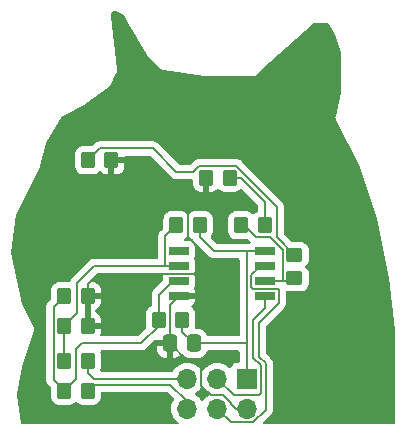
<source format=gbr>
G04 #@! TF.GenerationSoftware,KiCad,Pcbnew,8.0.7*
G04 #@! TF.CreationDate,2025-01-23T10:02:07+01:00*
G04 #@! TF.ProjectId,hackaday-eu-2025-sao-doge,6861636b-6164-4617-992d-65752d323032,rev?*
G04 #@! TF.SameCoordinates,Original*
G04 #@! TF.FileFunction,Copper,L1,Top*
G04 #@! TF.FilePolarity,Positive*
%FSLAX46Y46*%
G04 Gerber Fmt 4.6, Leading zero omitted, Abs format (unit mm)*
G04 Created by KiCad (PCBNEW 8.0.7) date 2025-01-23 10:02:07*
%MOMM*%
%LPD*%
G01*
G04 APERTURE LIST*
G04 Aperture macros list*
%AMRoundRect*
0 Rectangle with rounded corners*
0 $1 Rounding radius*
0 $2 $3 $4 $5 $6 $7 $8 $9 X,Y pos of 4 corners*
0 Add a 4 corners polygon primitive as box body*
4,1,4,$2,$3,$4,$5,$6,$7,$8,$9,$2,$3,0*
0 Add four circle primitives for the rounded corners*
1,1,$1+$1,$2,$3*
1,1,$1+$1,$4,$5*
1,1,$1+$1,$6,$7*
1,1,$1+$1,$8,$9*
0 Add four rect primitives between the rounded corners*
20,1,$1+$1,$2,$3,$4,$5,0*
20,1,$1+$1,$4,$5,$6,$7,0*
20,1,$1+$1,$6,$7,$8,$9,0*
20,1,$1+$1,$8,$9,$2,$3,0*%
G04 Aperture macros list end*
G04 #@! TA.AperFunction,SMDPad,CuDef*
%ADD10RoundRect,0.250000X-0.350000X-0.450000X0.350000X-0.450000X0.350000X0.450000X-0.350000X0.450000X0*%
G04 #@! TD*
G04 #@! TA.AperFunction,SMDPad,CuDef*
%ADD11RoundRect,0.250000X0.350000X0.450000X-0.350000X0.450000X-0.350000X-0.450000X0.350000X-0.450000X0*%
G04 #@! TD*
G04 #@! TA.AperFunction,ComponentPad*
%ADD12R,1.700000X1.700000*%
G04 #@! TD*
G04 #@! TA.AperFunction,ComponentPad*
%ADD13O,1.700000X1.700000*%
G04 #@! TD*
G04 #@! TA.AperFunction,SMDPad,CuDef*
%ADD14R,1.700000X0.650000*%
G04 #@! TD*
G04 #@! TA.AperFunction,SMDPad,CuDef*
%ADD15RoundRect,0.250000X0.450000X-0.350000X0.450000X0.350000X-0.450000X0.350000X-0.450000X-0.350000X0*%
G04 #@! TD*
G04 #@! TA.AperFunction,SMDPad,CuDef*
%ADD16RoundRect,0.250000X0.337500X0.475000X-0.337500X0.475000X-0.337500X-0.475000X0.337500X-0.475000X0*%
G04 #@! TD*
G04 #@! TA.AperFunction,Conductor*
%ADD17C,0.200000*%
G04 #@! TD*
G04 APERTURE END LIST*
D10*
X122000000Y-59500000D03*
X124000000Y-59500000D03*
X122000000Y-62000000D03*
X124000000Y-62000000D03*
D11*
X133500000Y-48000000D03*
X131500000Y-48000000D03*
D12*
X137500000Y-61000000D03*
D13*
X137500000Y-63540000D03*
X134960000Y-61000000D03*
X134960000Y-63540000D03*
X132420000Y-61000000D03*
X132420000Y-63540000D03*
D10*
X136000000Y-44000000D03*
X134000000Y-44000000D03*
X122000000Y-56500000D03*
X124000000Y-56500000D03*
X122000000Y-54000000D03*
X124000000Y-54000000D03*
D14*
X131700000Y-50190000D03*
X131700000Y-51460000D03*
X131700000Y-52730000D03*
X131700000Y-54000000D03*
X139000000Y-54000000D03*
X139000000Y-52730000D03*
X139000000Y-51460000D03*
X139000000Y-50190000D03*
D15*
X141500000Y-52500000D03*
X141500000Y-50500000D03*
D11*
X132000000Y-56000000D03*
X130000000Y-56000000D03*
D10*
X137000000Y-48000000D03*
X139000000Y-48000000D03*
D11*
X126000000Y-42500000D03*
X124000000Y-42500000D03*
D16*
X133000000Y-58000000D03*
X130925000Y-58000000D03*
D17*
X131700000Y-54000000D02*
X133000000Y-54000000D01*
X133000000Y-54000000D02*
X133500000Y-53500000D01*
X133500000Y-53500000D02*
X133500000Y-52000000D01*
X131700000Y-51460000D02*
X130500000Y-51460000D01*
X130550000Y-48950000D02*
X131500000Y-48000000D01*
X130500000Y-51460000D02*
X130550000Y-51410000D01*
X130550000Y-51410000D02*
X130550000Y-48950000D01*
X133500000Y-52000000D02*
X133500000Y-50042372D01*
X129467157Y-42500000D02*
X126000000Y-42500000D01*
X133500000Y-50042372D02*
X132457628Y-49000000D01*
X132457628Y-49000000D02*
X132457628Y-45490471D01*
X132457628Y-45490471D02*
X129467157Y-42500000D01*
X138500000Y-59134314D02*
X138500000Y-56275000D01*
X139050000Y-59684314D02*
X138500000Y-59134314D01*
X137976346Y-64690000D02*
X139050000Y-63616346D01*
X136110000Y-64690000D02*
X137976346Y-64690000D01*
X140150000Y-54625000D02*
X140150000Y-53375000D01*
X140150000Y-53375000D02*
X138000000Y-53375000D01*
X139050000Y-63616346D02*
X139050000Y-59684314D01*
X134960000Y-63540000D02*
X136110000Y-64690000D01*
X138625000Y-51460000D02*
X139000000Y-51460000D01*
X138000000Y-53375000D02*
X137850000Y-53225000D01*
X137850000Y-53225000D02*
X137850000Y-52235000D01*
X138500000Y-56275000D02*
X140150000Y-54625000D01*
X137850000Y-52235000D02*
X138625000Y-51460000D01*
X134960000Y-61000000D02*
X136350000Y-62390000D01*
X138500000Y-62390000D02*
X138650000Y-62240000D01*
X138000000Y-59200000D02*
X138000000Y-56000000D01*
X138650000Y-59850000D02*
X138000000Y-59200000D01*
X136350000Y-62390000D02*
X138500000Y-62390000D01*
X138650000Y-62240000D02*
X138650000Y-59850000D01*
X138000000Y-56000000D02*
X139000000Y-55000000D01*
X139000000Y-55000000D02*
X139000000Y-54000000D01*
X137500000Y-63540000D02*
X136540000Y-63540000D01*
X136540000Y-63540000D02*
X136110000Y-63110000D01*
X136110000Y-63110000D02*
X136110000Y-63063654D01*
X133570000Y-61570000D02*
X133570000Y-60070000D01*
X136110000Y-63063654D02*
X135436346Y-62390000D01*
X134390000Y-62390000D02*
X133570000Y-61570000D01*
X132425000Y-59500000D02*
X130925000Y-58000000D01*
X135436346Y-62390000D02*
X134390000Y-62390000D01*
X133000000Y-59500000D02*
X132425000Y-59500000D01*
X133570000Y-60070000D02*
X133000000Y-59500000D01*
X137500000Y-61000000D02*
X137450000Y-60950000D01*
X137450000Y-60950000D02*
X137450000Y-58000000D01*
X139000000Y-50190000D02*
X137450000Y-50190000D01*
X137450000Y-50190000D02*
X137450000Y-58000000D01*
X137450000Y-58000000D02*
X135500000Y-58000000D01*
X135500000Y-58000000D02*
X134500000Y-58000000D01*
X132000000Y-56000000D02*
X132500000Y-56500000D01*
X139000000Y-46000000D02*
X137000000Y-44000000D01*
X139000000Y-48000000D02*
X139000000Y-46000000D01*
X137000000Y-44000000D02*
X136000000Y-44000000D01*
X124000000Y-53000000D02*
X124895000Y-52105000D01*
X130925000Y-54775000D02*
X131700000Y-54000000D01*
X133395000Y-52105000D02*
X133500000Y-52000000D01*
X124895000Y-52105000D02*
X133395000Y-52105000D01*
X124000000Y-56500000D02*
X124000000Y-54000000D01*
X130925000Y-58000000D02*
X130925000Y-54775000D01*
X124000000Y-54000000D02*
X124000000Y-53000000D01*
X129500000Y-41500000D02*
X125000000Y-41500000D01*
X133415256Y-43000000D02*
X132915256Y-43500000D01*
X140000000Y-49000000D02*
X140000000Y-46415256D01*
X141500000Y-50500000D02*
X140000000Y-49000000D01*
X132915256Y-43500000D02*
X131500000Y-43500000D01*
X131500000Y-43500000D02*
X129500000Y-41500000D01*
X140000000Y-46415256D02*
X136584744Y-43000000D01*
X136584744Y-43000000D02*
X133415256Y-43000000D01*
X125000000Y-41500000D02*
X124000000Y-42500000D01*
X124500000Y-61500000D02*
X131000000Y-61500000D01*
X124000000Y-62000000D02*
X124500000Y-61500000D01*
X132420000Y-62920000D02*
X132420000Y-63540000D01*
X131000000Y-61500000D02*
X132420000Y-62920000D01*
X124000000Y-59500000D02*
X124000000Y-60500000D01*
X124000000Y-60500000D02*
X124500000Y-61000000D01*
X124500000Y-61000000D02*
X132420000Y-61000000D01*
X134500000Y-58000000D02*
X133000000Y-58000000D01*
X132000000Y-57000000D02*
X132000000Y-56000000D01*
X133500000Y-48000000D02*
X133500000Y-49000000D01*
X133000000Y-58000000D02*
X132000000Y-57000000D01*
X134690000Y-50190000D02*
X139000000Y-50190000D01*
X133500000Y-49000000D02*
X134690000Y-50190000D01*
X138250000Y-49000000D02*
X139435000Y-49000000D01*
X139000000Y-52730000D02*
X141270000Y-52730000D01*
X140500000Y-50065000D02*
X140500000Y-52730000D01*
X141270000Y-52730000D02*
X141500000Y-52500000D01*
X137000000Y-48000000D02*
X137250000Y-48000000D01*
X140500000Y-52730000D02*
X141270000Y-52730000D01*
X139435000Y-49000000D02*
X140500000Y-50065000D01*
X137250000Y-48000000D02*
X138250000Y-49000000D01*
X124540000Y-51460000D02*
X131700000Y-51460000D01*
X123100000Y-52900000D02*
X124540000Y-51460000D01*
X123100000Y-55400000D02*
X123100000Y-52900000D01*
X122000000Y-59500000D02*
X122000000Y-56500000D01*
X122000000Y-56500000D02*
X123100000Y-55400000D01*
X121100000Y-61100000D02*
X121100000Y-54900000D01*
X130000000Y-56000000D02*
X130000000Y-56500000D01*
X123500000Y-58000000D02*
X123000000Y-58500000D01*
X130000000Y-56500000D02*
X128500000Y-58000000D01*
X131175000Y-52730000D02*
X131700000Y-52730000D01*
X123000000Y-58500000D02*
X123000000Y-61000000D01*
X121100000Y-54900000D02*
X122000000Y-54000000D01*
X122000000Y-62000000D02*
X121100000Y-61100000D01*
X130000000Y-53905000D02*
X131175000Y-52730000D01*
X123000000Y-61000000D02*
X122000000Y-62000000D01*
X128500000Y-58000000D02*
X123500000Y-58000000D01*
X130000000Y-56000000D02*
X130000000Y-53905000D01*
G04 #@! TA.AperFunction,Conductor*
G36*
X126381107Y-29878976D02*
G01*
X127063056Y-30219950D01*
X127114215Y-30267537D01*
X127118511Y-30275405D01*
X127146207Y-30330796D01*
X127423594Y-30885570D01*
X127431911Y-30902204D01*
X127499505Y-31037393D01*
X127507812Y-31058738D01*
X127509999Y-31066384D01*
X127510004Y-31066395D01*
X127531563Y-31102328D01*
X127536141Y-31110667D01*
X127554882Y-31148148D01*
X127554887Y-31148156D01*
X127560166Y-31154109D01*
X127573714Y-31172578D01*
X129041183Y-33618359D01*
X129042241Y-33620156D01*
X129072575Y-33672696D01*
X129073816Y-33674313D01*
X129074100Y-33674731D01*
X129074519Y-33675258D01*
X129075793Y-33676890D01*
X129076205Y-33677427D01*
X129076536Y-33677798D01*
X129077799Y-33679387D01*
X129077801Y-33679389D01*
X129077803Y-33679392D01*
X129121409Y-33721555D01*
X129122896Y-33723018D01*
X130087783Y-34687905D01*
X130099303Y-34701187D01*
X130112212Y-34718399D01*
X130134562Y-34735943D01*
X130145670Y-34745792D01*
X130165763Y-34765885D01*
X130184391Y-34776639D01*
X130198951Y-34786485D01*
X130215870Y-34799766D01*
X130215873Y-34799767D01*
X130215875Y-34799769D01*
X130242005Y-34810930D01*
X130255274Y-34817564D01*
X130279891Y-34831777D01*
X130300669Y-34837344D01*
X130317285Y-34843086D01*
X130337066Y-34851536D01*
X130365203Y-34855555D01*
X130379726Y-34858527D01*
X130407185Y-34865885D01*
X130428695Y-34865885D01*
X130446231Y-34867131D01*
X133865201Y-35355554D01*
X133879726Y-35358527D01*
X133907185Y-35365885D01*
X133928695Y-35365885D01*
X133946230Y-35367131D01*
X133949272Y-35367565D01*
X133967525Y-35370173D01*
X133995730Y-35366774D01*
X134010561Y-35365885D01*
X137956640Y-35365885D01*
X137963157Y-35366056D01*
X137965041Y-35366155D01*
X138012573Y-35368657D01*
X138012893Y-35368588D01*
X138038648Y-35365885D01*
X138038968Y-35365885D01*
X138038969Y-35365885D01*
X138086753Y-35353081D01*
X138093055Y-35351568D01*
X138141483Y-35341286D01*
X138141761Y-35341144D01*
X138165962Y-35331857D01*
X138166263Y-35331777D01*
X138209138Y-35307021D01*
X138214816Y-35303940D01*
X138258917Y-35281483D01*
X138259144Y-35281277D01*
X138280115Y-35266044D01*
X138280391Y-35265885D01*
X138315368Y-35230906D01*
X138320098Y-35226419D01*
X138695762Y-34888322D01*
X143129768Y-30897716D01*
X143192767Y-30867501D01*
X143212720Y-30865885D01*
X144214401Y-30865885D01*
X144281440Y-30885570D01*
X144302082Y-30902204D01*
X144547508Y-31147630D01*
X144570736Y-31179856D01*
X145005568Y-32049519D01*
X145012296Y-32065762D01*
X145466214Y-33427516D01*
X145472577Y-33466728D01*
X145472577Y-36788504D01*
X145468875Y-36818578D01*
X144993339Y-38720719D01*
X144990679Y-38729852D01*
X144977425Y-38769617D01*
X144977423Y-38769627D01*
X144976947Y-38777567D01*
X144973469Y-38800202D01*
X144971540Y-38807917D01*
X144972244Y-38849817D01*
X144972038Y-38859325D01*
X144969527Y-38901166D01*
X144969528Y-38901175D01*
X144971123Y-38908971D01*
X144973621Y-38931724D01*
X144973755Y-38939677D01*
X144973757Y-38939691D01*
X144985282Y-38979979D01*
X144987542Y-38989204D01*
X144995948Y-39030280D01*
X144995949Y-39030282D01*
X144999502Y-39037388D01*
X145007813Y-39058744D01*
X145010000Y-39066388D01*
X145031562Y-39102325D01*
X145036136Y-39110657D01*
X147005568Y-43049519D01*
X147012296Y-43065762D01*
X148485966Y-47486772D01*
X148489921Y-47501666D01*
X149476980Y-52436963D01*
X149478630Y-52447587D01*
X149971819Y-56886280D01*
X149972577Y-56899974D01*
X149972577Y-64740885D01*
X149952892Y-64807924D01*
X149900088Y-64853679D01*
X149848577Y-64864885D01*
X138950058Y-64864885D01*
X138883019Y-64845200D01*
X138837264Y-64792396D01*
X138827320Y-64723238D01*
X138856345Y-64659682D01*
X138862377Y-64653204D01*
X139104185Y-64411395D01*
X139418713Y-64096867D01*
X139418716Y-64096866D01*
X139530520Y-63985062D01*
X139580639Y-63898250D01*
X139609577Y-63848131D01*
X139650501Y-63695403D01*
X139650501Y-63537289D01*
X139650501Y-63529694D01*
X139650500Y-63529676D01*
X139650500Y-59605259D01*
X139650500Y-59605257D01*
X139609577Y-59452530D01*
X139609573Y-59452523D01*
X139530524Y-59315604D01*
X139530521Y-59315600D01*
X139530520Y-59315598D01*
X139418716Y-59203794D01*
X139418715Y-59203793D01*
X139414385Y-59199463D01*
X139414374Y-59199453D01*
X139136819Y-58921898D01*
X139103334Y-58860575D01*
X139100500Y-58834217D01*
X139100500Y-56575096D01*
X139120185Y-56508057D01*
X139136814Y-56487420D01*
X140508506Y-55115727D01*
X140508511Y-55115724D01*
X140518714Y-55105520D01*
X140518716Y-55105520D01*
X140630520Y-54993716D01*
X140709577Y-54856784D01*
X140750500Y-54704057D01*
X140750500Y-53711948D01*
X140770185Y-53644909D01*
X140822989Y-53599154D01*
X140890453Y-53589453D01*
X140890468Y-53589311D01*
X140891038Y-53589369D01*
X140892147Y-53589210D01*
X140895701Y-53589845D01*
X140897200Y-53589998D01*
X140897203Y-53589999D01*
X140999991Y-53600500D01*
X142000008Y-53600499D01*
X142000016Y-53600498D01*
X142000019Y-53600498D01*
X142056302Y-53594748D01*
X142102797Y-53589999D01*
X142269334Y-53534814D01*
X142418656Y-53442712D01*
X142542712Y-53318656D01*
X142634814Y-53169334D01*
X142689999Y-53002797D01*
X142700500Y-52900009D01*
X142700499Y-52099992D01*
X142693932Y-52035709D01*
X142689999Y-51997203D01*
X142689998Y-51997200D01*
X142635542Y-51832864D01*
X142634814Y-51830666D01*
X142542712Y-51681344D01*
X142449049Y-51587681D01*
X142415564Y-51526358D01*
X142420548Y-51456666D01*
X142449049Y-51412319D01*
X142542712Y-51318656D01*
X142634814Y-51169334D01*
X142689999Y-51002797D01*
X142700500Y-50900009D01*
X142700499Y-50099992D01*
X142689999Y-49997203D01*
X142634814Y-49830666D01*
X142542712Y-49681344D01*
X142418656Y-49557288D01*
X142269334Y-49465186D01*
X142102797Y-49410001D01*
X142102795Y-49410000D01*
X142000016Y-49399500D01*
X142000009Y-49399500D01*
X141300097Y-49399500D01*
X141233058Y-49379815D01*
X141212416Y-49363181D01*
X140636819Y-48787584D01*
X140603334Y-48726261D01*
X140600500Y-48699903D01*
X140600500Y-46336201D01*
X140600500Y-46336199D01*
X140559577Y-46183472D01*
X140559573Y-46183465D01*
X140480524Y-46046546D01*
X140480521Y-46046542D01*
X140480520Y-46046540D01*
X140368716Y-45934736D01*
X140368715Y-45934735D01*
X140364385Y-45930405D01*
X140364374Y-45930395D01*
X137072334Y-42638355D01*
X137072332Y-42638352D01*
X136953461Y-42519481D01*
X136953460Y-42519480D01*
X136866648Y-42469360D01*
X136866648Y-42469359D01*
X136866644Y-42469358D01*
X136816529Y-42440423D01*
X136663801Y-42399499D01*
X136505687Y-42399499D01*
X136498091Y-42399499D01*
X136498075Y-42399500D01*
X133501926Y-42399500D01*
X133501910Y-42399499D01*
X133494314Y-42399499D01*
X133336199Y-42399499D01*
X133259835Y-42419961D01*
X133183470Y-42440423D01*
X133183465Y-42440426D01*
X133046546Y-42519475D01*
X133046538Y-42519481D01*
X132702840Y-42863181D01*
X132641517Y-42896666D01*
X132615159Y-42899500D01*
X131800097Y-42899500D01*
X131733058Y-42879815D01*
X131712416Y-42863181D01*
X129987590Y-41138355D01*
X129987588Y-41138352D01*
X129868717Y-41019481D01*
X129868716Y-41019480D01*
X129781904Y-40969360D01*
X129781904Y-40969359D01*
X129781900Y-40969358D01*
X129731785Y-40940423D01*
X129579057Y-40899499D01*
X129420943Y-40899499D01*
X129413347Y-40899499D01*
X129413331Y-40899500D01*
X125086670Y-40899500D01*
X125086654Y-40899499D01*
X125079058Y-40899499D01*
X124920943Y-40899499D01*
X124844579Y-40919961D01*
X124768214Y-40940423D01*
X124768209Y-40940426D01*
X124631290Y-41019475D01*
X124631282Y-41019481D01*
X124387582Y-41263181D01*
X124326259Y-41296666D01*
X124299901Y-41299500D01*
X123599998Y-41299500D01*
X123599980Y-41299501D01*
X123497203Y-41310000D01*
X123497200Y-41310001D01*
X123330668Y-41365185D01*
X123330663Y-41365187D01*
X123181342Y-41457289D01*
X123057289Y-41581342D01*
X122965187Y-41730663D01*
X122965186Y-41730666D01*
X122910001Y-41897203D01*
X122910001Y-41897204D01*
X122910000Y-41897204D01*
X122899500Y-41999983D01*
X122899500Y-43000001D01*
X122899501Y-43000019D01*
X122910000Y-43102796D01*
X122910001Y-43102799D01*
X122965115Y-43269119D01*
X122965186Y-43269334D01*
X123057288Y-43418656D01*
X123181344Y-43542712D01*
X123330666Y-43634814D01*
X123497203Y-43689999D01*
X123599991Y-43700500D01*
X124400008Y-43700499D01*
X124400016Y-43700498D01*
X124400019Y-43700498D01*
X124456302Y-43694748D01*
X124502797Y-43689999D01*
X124669334Y-43634814D01*
X124818656Y-43542712D01*
X124912675Y-43448692D01*
X124973994Y-43415210D01*
X125043686Y-43420194D01*
X125088034Y-43448695D01*
X125181654Y-43542315D01*
X125330875Y-43634356D01*
X125330880Y-43634358D01*
X125497302Y-43689505D01*
X125497309Y-43689506D01*
X125600019Y-43699999D01*
X125749999Y-43699999D01*
X126250000Y-43699999D01*
X126399972Y-43699999D01*
X126399986Y-43699998D01*
X126502697Y-43689505D01*
X126669119Y-43634358D01*
X126669124Y-43634356D01*
X126818345Y-43542315D01*
X126942315Y-43418345D01*
X127034356Y-43269124D01*
X127034358Y-43269119D01*
X127089505Y-43102697D01*
X127089506Y-43102690D01*
X127099999Y-42999986D01*
X127100000Y-42999973D01*
X127100000Y-42750000D01*
X126250000Y-42750000D01*
X126250000Y-43699999D01*
X125749999Y-43699999D01*
X125750000Y-43699998D01*
X125750000Y-42624000D01*
X125769685Y-42556961D01*
X125822489Y-42511206D01*
X125874000Y-42500000D01*
X126000000Y-42500000D01*
X126000000Y-42374000D01*
X126019685Y-42306961D01*
X126072489Y-42261206D01*
X126124000Y-42250000D01*
X127099999Y-42250000D01*
X127099999Y-42224500D01*
X127119684Y-42157461D01*
X127172488Y-42111706D01*
X127223999Y-42100500D01*
X129199903Y-42100500D01*
X129266942Y-42120185D01*
X129287584Y-42136819D01*
X131015139Y-43864374D01*
X131015149Y-43864385D01*
X131019479Y-43868715D01*
X131019480Y-43868716D01*
X131131284Y-43980520D01*
X131199122Y-44019685D01*
X131218095Y-44030639D01*
X131218097Y-44030641D01*
X131256151Y-44052611D01*
X131268215Y-44059577D01*
X131420943Y-44100500D01*
X131579057Y-44100500D01*
X132776001Y-44100500D01*
X132843040Y-44120185D01*
X132888795Y-44172989D01*
X132900001Y-44224500D01*
X132900001Y-44499986D01*
X132910494Y-44602697D01*
X132965641Y-44769119D01*
X132965643Y-44769124D01*
X133057684Y-44918345D01*
X133181654Y-45042315D01*
X133330875Y-45134356D01*
X133330880Y-45134358D01*
X133497302Y-45189505D01*
X133497309Y-45189506D01*
X133600019Y-45199999D01*
X133749999Y-45199999D01*
X133750000Y-45199998D01*
X133750000Y-44124000D01*
X133769685Y-44056961D01*
X133822489Y-44011206D01*
X133874000Y-44000000D01*
X134126000Y-44000000D01*
X134193039Y-44019685D01*
X134238794Y-44072489D01*
X134250000Y-44124000D01*
X134250000Y-45199999D01*
X134399972Y-45199999D01*
X134399986Y-45199998D01*
X134502697Y-45189505D01*
X134669119Y-45134358D01*
X134669124Y-45134356D01*
X134818342Y-45042317D01*
X134911964Y-44948695D01*
X134973287Y-44915210D01*
X135042979Y-44920194D01*
X135087327Y-44948695D01*
X135181344Y-45042712D01*
X135330666Y-45134814D01*
X135497203Y-45189999D01*
X135599991Y-45200500D01*
X136400008Y-45200499D01*
X136400016Y-45200498D01*
X136400019Y-45200498D01*
X136456302Y-45194748D01*
X136502797Y-45189999D01*
X136669334Y-45134814D01*
X136818656Y-45042712D01*
X136918388Y-44942979D01*
X136979707Y-44909497D01*
X137049399Y-44914481D01*
X137093747Y-44942982D01*
X138363181Y-46212416D01*
X138396666Y-46273739D01*
X138399500Y-46300097D01*
X138399500Y-46754091D01*
X138379815Y-46821130D01*
X138335731Y-46859641D01*
X138336813Y-46861395D01*
X138330667Y-46865185D01*
X138330666Y-46865186D01*
X138232419Y-46925784D01*
X138181342Y-46957289D01*
X138087681Y-47050951D01*
X138026358Y-47084436D01*
X137956666Y-47079452D01*
X137912319Y-47050951D01*
X137818657Y-46957289D01*
X137818656Y-46957288D01*
X137669334Y-46865186D01*
X137502797Y-46810001D01*
X137502795Y-46810000D01*
X137400010Y-46799500D01*
X136599998Y-46799500D01*
X136599980Y-46799501D01*
X136497203Y-46810000D01*
X136497200Y-46810001D01*
X136330668Y-46865185D01*
X136330663Y-46865187D01*
X136181342Y-46957289D01*
X136057289Y-47081342D01*
X135965187Y-47230663D01*
X135965186Y-47230666D01*
X135910001Y-47397203D01*
X135910001Y-47397204D01*
X135910000Y-47397204D01*
X135899500Y-47499983D01*
X135899500Y-48500001D01*
X135899501Y-48500019D01*
X135910000Y-48602796D01*
X135910001Y-48602798D01*
X135965185Y-48769331D01*
X135965187Y-48769336D01*
X135999999Y-48825776D01*
X136057288Y-48918656D01*
X136181344Y-49042712D01*
X136330666Y-49134814D01*
X136497203Y-49189999D01*
X136599991Y-49200500D01*
X137400008Y-49200499D01*
X137400016Y-49200498D01*
X137400019Y-49200498D01*
X137423896Y-49198058D01*
X137502797Y-49189999D01*
X137502804Y-49189996D01*
X137509296Y-49188607D01*
X137578972Y-49193818D01*
X137622939Y-49222174D01*
X137766038Y-49365274D01*
X137799522Y-49426596D01*
X137794538Y-49496288D01*
X137777626Y-49527260D01*
X137768235Y-49539806D01*
X137712303Y-49581680D01*
X137668965Y-49589500D01*
X134990097Y-49589500D01*
X134923058Y-49569815D01*
X134902416Y-49553181D01*
X134442982Y-49093747D01*
X134409497Y-49032424D01*
X134414481Y-48962732D01*
X134438854Y-48924816D01*
X134438231Y-48924324D01*
X134442707Y-48918661D01*
X134442707Y-48918660D01*
X134442712Y-48918656D01*
X134534814Y-48769334D01*
X134589999Y-48602797D01*
X134600500Y-48500009D01*
X134600499Y-47499992D01*
X134589999Y-47397203D01*
X134534814Y-47230666D01*
X134442712Y-47081344D01*
X134318656Y-46957288D01*
X134169334Y-46865186D01*
X134002797Y-46810001D01*
X134002795Y-46810000D01*
X133900010Y-46799500D01*
X133099998Y-46799500D01*
X133099980Y-46799501D01*
X132997203Y-46810000D01*
X132997200Y-46810001D01*
X132830668Y-46865185D01*
X132830663Y-46865187D01*
X132681342Y-46957289D01*
X132587681Y-47050951D01*
X132526358Y-47084436D01*
X132456666Y-47079452D01*
X132412319Y-47050951D01*
X132318657Y-46957289D01*
X132318656Y-46957288D01*
X132169334Y-46865186D01*
X132002797Y-46810001D01*
X132002795Y-46810000D01*
X131900010Y-46799500D01*
X131099998Y-46799500D01*
X131099980Y-46799501D01*
X130997203Y-46810000D01*
X130997200Y-46810001D01*
X130830668Y-46865185D01*
X130830663Y-46865187D01*
X130681342Y-46957289D01*
X130557289Y-47081342D01*
X130465187Y-47230663D01*
X130465186Y-47230666D01*
X130410001Y-47397203D01*
X130410001Y-47397204D01*
X130410000Y-47397204D01*
X130399500Y-47499983D01*
X130399500Y-48199902D01*
X130379815Y-48266941D01*
X130363181Y-48287583D01*
X130181286Y-48469478D01*
X130181284Y-48469480D01*
X130150763Y-48500001D01*
X130069481Y-48581282D01*
X130069480Y-48581284D01*
X130057060Y-48602797D01*
X129990423Y-48718215D01*
X129949499Y-48870943D01*
X129949499Y-48870945D01*
X129949499Y-49039046D01*
X129949500Y-49039059D01*
X129949500Y-50735500D01*
X129929815Y-50802539D01*
X129877011Y-50848294D01*
X129825500Y-50859500D01*
X124626670Y-50859500D01*
X124626654Y-50859499D01*
X124619058Y-50859499D01*
X124460943Y-50859499D01*
X124384579Y-50879961D01*
X124308214Y-50900423D01*
X124308209Y-50900426D01*
X124171290Y-50979475D01*
X124171282Y-50979481D01*
X122619481Y-52531282D01*
X122619477Y-52531287D01*
X122577662Y-52603715D01*
X122577661Y-52603714D01*
X122540424Y-52668211D01*
X122540420Y-52668220D01*
X122529770Y-52707969D01*
X122493405Y-52767629D01*
X122430558Y-52798157D01*
X122403197Y-52799060D01*
X122403167Y-52799661D01*
X122400013Y-52799500D01*
X122400009Y-52799500D01*
X122400004Y-52799500D01*
X121599998Y-52799500D01*
X121599980Y-52799501D01*
X121497203Y-52810000D01*
X121497200Y-52810001D01*
X121330668Y-52865185D01*
X121330663Y-52865187D01*
X121181342Y-52957289D01*
X121057289Y-53081342D01*
X120965187Y-53230663D01*
X120965185Y-53230668D01*
X120965115Y-53230880D01*
X120910001Y-53397203D01*
X120910001Y-53397204D01*
X120910000Y-53397204D01*
X120899500Y-53499983D01*
X120899500Y-54199902D01*
X120879815Y-54266941D01*
X120863181Y-54287583D01*
X120619481Y-54531282D01*
X120619479Y-54531285D01*
X120569361Y-54618094D01*
X120569359Y-54618096D01*
X120540425Y-54668209D01*
X120540424Y-54668210D01*
X120530819Y-54704056D01*
X120499499Y-54820943D01*
X120499499Y-54820945D01*
X120499499Y-54989046D01*
X120499500Y-54989059D01*
X120499500Y-61013330D01*
X120499499Y-61013348D01*
X120499499Y-61179054D01*
X120499498Y-61179054D01*
X120540423Y-61331785D01*
X120569358Y-61381900D01*
X120569359Y-61381904D01*
X120569360Y-61381904D01*
X120619479Y-61468714D01*
X120619481Y-61468717D01*
X120738349Y-61587585D01*
X120738355Y-61587590D01*
X120863181Y-61712416D01*
X120896666Y-61773739D01*
X120899500Y-61800097D01*
X120899500Y-62500001D01*
X120899501Y-62500019D01*
X120910000Y-62602796D01*
X120910001Y-62602799D01*
X120965185Y-62769331D01*
X120965187Y-62769336D01*
X120999999Y-62825776D01*
X121057288Y-62918656D01*
X121181344Y-63042712D01*
X121330666Y-63134814D01*
X121497203Y-63189999D01*
X121599991Y-63200500D01*
X122400008Y-63200499D01*
X122400016Y-63200498D01*
X122400019Y-63200498D01*
X122456302Y-63194748D01*
X122502797Y-63189999D01*
X122669334Y-63134814D01*
X122818656Y-63042712D01*
X122912319Y-62949049D01*
X122973642Y-62915564D01*
X123043334Y-62920548D01*
X123087681Y-62949049D01*
X123181344Y-63042712D01*
X123330666Y-63134814D01*
X123497203Y-63189999D01*
X123599991Y-63200500D01*
X124400008Y-63200499D01*
X124400016Y-63200498D01*
X124400019Y-63200498D01*
X124456302Y-63194748D01*
X124502797Y-63189999D01*
X124669334Y-63134814D01*
X124818656Y-63042712D01*
X124942712Y-62918656D01*
X125034814Y-62769334D01*
X125089999Y-62602797D01*
X125100500Y-62500009D01*
X125100500Y-62224500D01*
X125120185Y-62157461D01*
X125172989Y-62111706D01*
X125224500Y-62100500D01*
X130699903Y-62100500D01*
X130766942Y-62120185D01*
X130787584Y-62136819D01*
X131282340Y-62631575D01*
X131315825Y-62692898D01*
X131310841Y-62762590D01*
X131296234Y-62790379D01*
X131245963Y-62862173D01*
X131146098Y-63076335D01*
X131146094Y-63076344D01*
X131084938Y-63304586D01*
X131084936Y-63304596D01*
X131064341Y-63539999D01*
X131064341Y-63540000D01*
X131084936Y-63775403D01*
X131084938Y-63775413D01*
X131146094Y-64003655D01*
X131146096Y-64003659D01*
X131146097Y-64003663D01*
X131226004Y-64175023D01*
X131245965Y-64217830D01*
X131245967Y-64217834D01*
X131354281Y-64372521D01*
X131381505Y-64411401D01*
X131548599Y-64578495D01*
X131635452Y-64639310D01*
X131679076Y-64693887D01*
X131686269Y-64763386D01*
X131654747Y-64825740D01*
X131594517Y-64861154D01*
X131564328Y-64864885D01*
X118502108Y-64864885D01*
X118435069Y-64845200D01*
X118389314Y-64792396D01*
X118379795Y-64761270D01*
X118175798Y-63537289D01*
X117985584Y-62396003D01*
X117986305Y-62351301D01*
X118007065Y-62247500D01*
X118456233Y-60001659D01*
X118460183Y-59986784D01*
X119468730Y-56961146D01*
X119474278Y-56868716D01*
X119476626Y-56829599D01*
X119450206Y-56700490D01*
X119415603Y-56631284D01*
X119391270Y-56582618D01*
X119391269Y-56582617D01*
X119389490Y-56579058D01*
X119386802Y-56573682D01*
X119386799Y-56573677D01*
X118455119Y-54710317D01*
X118444981Y-54681762D01*
X118441971Y-54668215D01*
X117486348Y-50367917D01*
X117484642Y-50323492D01*
X117954214Y-47036486D01*
X117966058Y-46998573D01*
X119914725Y-43101238D01*
X119917191Y-43096561D01*
X119942652Y-43050699D01*
X119942654Y-43050692D01*
X119945636Y-43043138D01*
X119945745Y-43043181D01*
X119947660Y-43038003D01*
X119947550Y-43037965D01*
X119950205Y-43030281D01*
X119950206Y-43030280D01*
X119960718Y-42978902D01*
X119961896Y-42973719D01*
X120436095Y-41076922D01*
X120450064Y-41043201D01*
X120464297Y-41019480D01*
X121808687Y-38778829D01*
X121859558Y-38731720D01*
X123674028Y-37824484D01*
X123683254Y-37820334D01*
X123720663Y-37805320D01*
X123728323Y-37799574D01*
X123747273Y-37787862D01*
X123755843Y-37783578D01*
X123785998Y-37756837D01*
X123793847Y-37750431D01*
X125758417Y-36277004D01*
X125764446Y-36272759D01*
X125803835Y-36246753D01*
X125805589Y-36244774D01*
X125823982Y-36227831D01*
X125826091Y-36226250D01*
X125855233Y-36189121D01*
X125859958Y-36183459D01*
X125891270Y-36148151D01*
X125892455Y-36145779D01*
X125905824Y-36124671D01*
X125907461Y-36122587D01*
X125925994Y-36079198D01*
X125929111Y-36072466D01*
X126391150Y-35148388D01*
X126404473Y-35127569D01*
X126405062Y-35126595D01*
X126405065Y-35126592D01*
X126425165Y-35080712D01*
X126427804Y-35075081D01*
X126450206Y-35030280D01*
X126450207Y-35030274D01*
X126450208Y-35030273D01*
X126450582Y-35029192D01*
X126457641Y-35006952D01*
X126457948Y-35005892D01*
X126457948Y-35005888D01*
X126457950Y-35005885D01*
X126465489Y-34956377D01*
X126466581Y-34950250D01*
X126476626Y-34901171D01*
X126476626Y-34901166D01*
X126476705Y-34900060D01*
X126477767Y-34876807D01*
X126477790Y-34875610D01*
X126477792Y-34875603D01*
X126472260Y-34825819D01*
X126471730Y-34819611D01*
X126468730Y-34769624D01*
X126468729Y-34769621D01*
X126468520Y-34768535D01*
X126463208Y-34744354D01*
X125974335Y-30344489D01*
X125973577Y-30330796D01*
X125973577Y-30124061D01*
X125993262Y-30057022D01*
X126009896Y-30036380D01*
X126144072Y-29902204D01*
X126205395Y-29868719D01*
X126231753Y-29865885D01*
X126325653Y-29865885D01*
X126381107Y-29878976D01*
G37*
G04 #@! TD.AperFunction*
G04 #@! TA.AperFunction,Conductor*
G36*
X133774855Y-61666546D02*
G01*
X133791575Y-61685842D01*
X133921501Y-61871396D01*
X133921506Y-61871402D01*
X134088597Y-62038493D01*
X134088603Y-62038498D01*
X134274158Y-62168425D01*
X134317783Y-62223002D01*
X134324977Y-62292500D01*
X134293454Y-62354855D01*
X134274158Y-62371575D01*
X134088597Y-62501505D01*
X133921505Y-62668597D01*
X133791575Y-62854158D01*
X133736998Y-62897783D01*
X133667500Y-62904977D01*
X133605145Y-62873454D01*
X133588425Y-62854158D01*
X133458494Y-62668597D01*
X133291402Y-62501506D01*
X133291396Y-62501501D01*
X133105842Y-62371575D01*
X133062217Y-62316998D01*
X133055023Y-62247500D01*
X133086546Y-62185145D01*
X133105842Y-62168425D01*
X133150980Y-62136819D01*
X133291401Y-62038495D01*
X133458495Y-61871401D01*
X133588425Y-61685842D01*
X133643002Y-61642217D01*
X133712500Y-61635023D01*
X133774855Y-61666546D01*
G37*
G04 #@! TD.AperFunction*
G04 #@! TA.AperFunction,Conductor*
G36*
X129761699Y-57690046D02*
G01*
X129806047Y-57718547D01*
X129837500Y-57750000D01*
X130801000Y-57750000D01*
X130868039Y-57769685D01*
X130913794Y-57822489D01*
X130925000Y-57874000D01*
X130925000Y-58000000D01*
X131051000Y-58000000D01*
X131118039Y-58019685D01*
X131163794Y-58072489D01*
X131175000Y-58124000D01*
X131175000Y-59224999D01*
X131312472Y-59224999D01*
X131312486Y-59224998D01*
X131415197Y-59214505D01*
X131581619Y-59159358D01*
X131581624Y-59159356D01*
X131730845Y-59067315D01*
X131854818Y-58943342D01*
X131856665Y-58940348D01*
X131858469Y-58938724D01*
X131859298Y-58937677D01*
X131859476Y-58937818D01*
X131908610Y-58893621D01*
X131977573Y-58882396D01*
X132041656Y-58910236D01*
X132067743Y-58940341D01*
X132069788Y-58943656D01*
X132193844Y-59067712D01*
X132343166Y-59159814D01*
X132509703Y-59214999D01*
X132612491Y-59225500D01*
X133387508Y-59225499D01*
X133387516Y-59225498D01*
X133387519Y-59225498D01*
X133443802Y-59219748D01*
X133490297Y-59214999D01*
X133656834Y-59159814D01*
X133806156Y-59067712D01*
X133930212Y-58943656D01*
X134022314Y-58794334D01*
X134058379Y-58685494D01*
X134098152Y-58628051D01*
X134162667Y-58601228D01*
X134176085Y-58600500D01*
X134420943Y-58600500D01*
X135420943Y-58600500D01*
X136725500Y-58600500D01*
X136792539Y-58620185D01*
X136838294Y-58672989D01*
X136849500Y-58724500D01*
X136849500Y-59525500D01*
X136829815Y-59592539D01*
X136777011Y-59638294D01*
X136725501Y-59649500D01*
X136602130Y-59649500D01*
X136602123Y-59649501D01*
X136542516Y-59655908D01*
X136407671Y-59706202D01*
X136407664Y-59706206D01*
X136292455Y-59792452D01*
X136292452Y-59792455D01*
X136206206Y-59907664D01*
X136206203Y-59907669D01*
X136157189Y-60039083D01*
X136115317Y-60095016D01*
X136049853Y-60119433D01*
X135981580Y-60104581D01*
X135953326Y-60083430D01*
X135831402Y-59961506D01*
X135831395Y-59961501D01*
X135637834Y-59825967D01*
X135637830Y-59825965D01*
X135584314Y-59801010D01*
X135423663Y-59726097D01*
X135423659Y-59726096D01*
X135423655Y-59726094D01*
X135195413Y-59664938D01*
X135195403Y-59664936D01*
X134960001Y-59644341D01*
X134959999Y-59644341D01*
X134724596Y-59664936D01*
X134724586Y-59664938D01*
X134496344Y-59726094D01*
X134496335Y-59726098D01*
X134282171Y-59825964D01*
X134282169Y-59825965D01*
X134088597Y-59961505D01*
X133921505Y-60128597D01*
X133791575Y-60314158D01*
X133736998Y-60357783D01*
X133667500Y-60364977D01*
X133605145Y-60333454D01*
X133588425Y-60314158D01*
X133458494Y-60128597D01*
X133291402Y-59961506D01*
X133291395Y-59961501D01*
X133097834Y-59825967D01*
X133097830Y-59825965D01*
X133044314Y-59801010D01*
X132883663Y-59726097D01*
X132883659Y-59726096D01*
X132883655Y-59726094D01*
X132655413Y-59664938D01*
X132655403Y-59664936D01*
X132420001Y-59644341D01*
X132419999Y-59644341D01*
X132184596Y-59664936D01*
X132184586Y-59664938D01*
X131956344Y-59726094D01*
X131956335Y-59726098D01*
X131742171Y-59825964D01*
X131742169Y-59825965D01*
X131548597Y-59961505D01*
X131381506Y-60128596D01*
X131245965Y-60322170D01*
X131245962Y-60322175D01*
X131243289Y-60327909D01*
X131197115Y-60380346D01*
X131130909Y-60399500D01*
X125163401Y-60399500D01*
X125096362Y-60379815D01*
X125050607Y-60327011D01*
X125040663Y-60257853D01*
X125045695Y-60236496D01*
X125089999Y-60102797D01*
X125100500Y-60000009D01*
X125100499Y-58999992D01*
X125094712Y-58943345D01*
X125089999Y-58897203D01*
X125085092Y-58882396D01*
X125045694Y-58763502D01*
X125043293Y-58693676D01*
X125079024Y-58633634D01*
X125141545Y-58602441D01*
X125163401Y-58600500D01*
X128413331Y-58600500D01*
X128413347Y-58600501D01*
X128420943Y-58600501D01*
X128579054Y-58600501D01*
X128579057Y-58600501D01*
X128731785Y-58559577D01*
X128791660Y-58525008D01*
X128791698Y-58524986D01*
X129837501Y-58524986D01*
X129847994Y-58627697D01*
X129903141Y-58794119D01*
X129903143Y-58794124D01*
X129995184Y-58943345D01*
X130119154Y-59067315D01*
X130268375Y-59159356D01*
X130268380Y-59159358D01*
X130434802Y-59214505D01*
X130434809Y-59214506D01*
X130537519Y-59224999D01*
X130674999Y-59224999D01*
X130675000Y-59224998D01*
X130675000Y-58250000D01*
X129837501Y-58250000D01*
X129837501Y-58524986D01*
X128791698Y-58524986D01*
X128868716Y-58480520D01*
X128980520Y-58368716D01*
X128980520Y-58368714D01*
X128990724Y-58358511D01*
X128990728Y-58358506D01*
X129630689Y-57718544D01*
X129692008Y-57685062D01*
X129761699Y-57690046D01*
G37*
G04 #@! TD.AperFunction*
G04 #@! TA.AperFunction,Conductor*
G36*
X130332756Y-52080185D02*
G01*
X130378511Y-52132989D01*
X130388455Y-52202147D01*
X130381899Y-52227833D01*
X130355908Y-52297517D01*
X130349861Y-52353768D01*
X130349501Y-52357123D01*
X130349500Y-52357135D01*
X130349500Y-52654902D01*
X130329815Y-52721941D01*
X130313181Y-52742583D01*
X129519481Y-53536282D01*
X129519477Y-53536287D01*
X129508386Y-53555499D01*
X129501448Y-53567517D01*
X129440423Y-53673215D01*
X129399499Y-53825943D01*
X129399499Y-53825945D01*
X129399499Y-53994046D01*
X129399500Y-53994059D01*
X129399500Y-54754091D01*
X129379815Y-54821130D01*
X129335731Y-54859641D01*
X129336813Y-54861395D01*
X129330667Y-54865185D01*
X129330666Y-54865186D01*
X129263468Y-54906634D01*
X129181342Y-54957289D01*
X129057289Y-55081342D01*
X128965187Y-55230663D01*
X128965186Y-55230666D01*
X128910001Y-55397203D01*
X128910001Y-55397204D01*
X128910000Y-55397204D01*
X128899500Y-55499983D01*
X128899500Y-55499996D01*
X128899501Y-56500000D01*
X128899501Y-56500019D01*
X128910000Y-56602795D01*
X128920282Y-56633824D01*
X128922682Y-56703652D01*
X128890256Y-56760507D01*
X128287584Y-57363181D01*
X128226261Y-57396666D01*
X128199903Y-57399500D01*
X125162875Y-57399500D01*
X125095836Y-57379815D01*
X125050081Y-57327011D01*
X125040137Y-57257853D01*
X125045169Y-57236496D01*
X125089505Y-57102697D01*
X125089506Y-57102690D01*
X125099999Y-56999986D01*
X125100000Y-56999973D01*
X125100000Y-56750000D01*
X124124000Y-56750000D01*
X124056961Y-56730315D01*
X124011206Y-56677511D01*
X124000000Y-56626000D01*
X124000000Y-56500000D01*
X123874000Y-56500000D01*
X123806961Y-56480315D01*
X123761206Y-56427511D01*
X123750000Y-56376000D01*
X123750000Y-56250000D01*
X124250000Y-56250000D01*
X125099999Y-56250000D01*
X125099999Y-56000028D01*
X125099998Y-56000013D01*
X125089505Y-55897302D01*
X125034358Y-55730880D01*
X125034356Y-55730875D01*
X124942315Y-55581654D01*
X124818345Y-55457684D01*
X124669124Y-55365643D01*
X124662579Y-55362592D01*
X124663894Y-55359771D01*
X124617915Y-55327947D01*
X124591083Y-55263435D01*
X124603388Y-55194657D01*
X124650924Y-55143451D01*
X124662855Y-55138001D01*
X124662579Y-55137408D01*
X124669124Y-55134356D01*
X124818345Y-55042315D01*
X124942315Y-54918345D01*
X125034356Y-54769124D01*
X125034358Y-54769119D01*
X125089505Y-54602697D01*
X125089506Y-54602690D01*
X125099999Y-54499986D01*
X125100000Y-54499973D01*
X125100000Y-54250000D01*
X124250000Y-54250000D01*
X124250000Y-56250000D01*
X123750000Y-56250000D01*
X123750000Y-54124000D01*
X123769685Y-54056961D01*
X123822489Y-54011206D01*
X123874000Y-54000000D01*
X124000000Y-54000000D01*
X124000000Y-53874000D01*
X124019685Y-53806961D01*
X124072489Y-53761206D01*
X124124000Y-53750000D01*
X125099999Y-53750000D01*
X125099999Y-53500028D01*
X125099998Y-53500013D01*
X125089505Y-53397302D01*
X125034358Y-53230880D01*
X125034356Y-53230875D01*
X124942315Y-53081654D01*
X124818345Y-52957684D01*
X124669124Y-52865643D01*
X124669119Y-52865641D01*
X124502697Y-52810494D01*
X124502690Y-52810493D01*
X124399986Y-52800000D01*
X124348597Y-52800000D01*
X124281558Y-52780315D01*
X124235803Y-52727511D01*
X124225859Y-52658353D01*
X124254884Y-52594797D01*
X124260909Y-52588326D01*
X124752417Y-52096819D01*
X124813740Y-52063334D01*
X124840098Y-52060500D01*
X130265717Y-52060500D01*
X130332756Y-52080185D01*
G37*
G04 #@! TD.AperFunction*
G04 #@! TA.AperFunction,Conductor*
G36*
X133186170Y-49551251D02*
G01*
X133230517Y-49579752D01*
X134205139Y-50554374D01*
X134205149Y-50554385D01*
X134209479Y-50558715D01*
X134209480Y-50558716D01*
X134321284Y-50670520D01*
X134404214Y-50718399D01*
X134458215Y-50749577D01*
X134610943Y-50790500D01*
X134769057Y-50790500D01*
X136725500Y-50790500D01*
X136792539Y-50810185D01*
X136838294Y-50862989D01*
X136849500Y-50914500D01*
X136849500Y-57275500D01*
X136829815Y-57342539D01*
X136777011Y-57388294D01*
X136725500Y-57399500D01*
X134176085Y-57399500D01*
X134109046Y-57379815D01*
X134063291Y-57327011D01*
X134058379Y-57314504D01*
X134022314Y-57205666D01*
X133930212Y-57056344D01*
X133806156Y-56932288D01*
X133656834Y-56840186D01*
X133490297Y-56785001D01*
X133490295Y-56785000D01*
X133387516Y-56774500D01*
X133387509Y-56774500D01*
X133209732Y-56774500D01*
X133142693Y-56754815D01*
X133096938Y-56702011D01*
X133086994Y-56632853D01*
X133089957Y-56618406D01*
X133100501Y-56579058D01*
X133100501Y-56420943D01*
X133100501Y-56409123D01*
X133100499Y-56409101D01*
X133100499Y-55499998D01*
X133100498Y-55499981D01*
X133089999Y-55397203D01*
X133089998Y-55397200D01*
X133064729Y-55320943D01*
X133034814Y-55230666D01*
X132942712Y-55081344D01*
X132818656Y-54957288D01*
X132812989Y-54952807D01*
X132814193Y-54951284D01*
X132774037Y-54906634D01*
X132762819Y-54837671D01*
X132790667Y-54773590D01*
X132811551Y-54753783D01*
X132907190Y-54682186D01*
X132993350Y-54567093D01*
X132993354Y-54567086D01*
X133043596Y-54432379D01*
X133043598Y-54432372D01*
X133049999Y-54372844D01*
X133050000Y-54372827D01*
X133050000Y-54250000D01*
X131824000Y-54250000D01*
X131756961Y-54230315D01*
X131711206Y-54177511D01*
X131700000Y-54126000D01*
X131700000Y-53874000D01*
X131719685Y-53806961D01*
X131772489Y-53761206D01*
X131824000Y-53750000D01*
X133050000Y-53750000D01*
X133050000Y-53627172D01*
X133049999Y-53627155D01*
X133043598Y-53567627D01*
X133043597Y-53567623D01*
X132993349Y-53432904D01*
X132989101Y-53425123D01*
X132992360Y-53423343D01*
X132974046Y-53374374D01*
X132988836Y-53306087D01*
X132990023Y-53304239D01*
X132993793Y-53297335D01*
X132993792Y-53297335D01*
X132993796Y-53297331D01*
X133044091Y-53162483D01*
X133050500Y-53102873D01*
X133050499Y-52357128D01*
X133044091Y-52297517D01*
X133018101Y-52227833D01*
X132993797Y-52162670D01*
X132989547Y-52154888D01*
X132992757Y-52153134D01*
X132974361Y-52104001D01*
X132989127Y-52035709D01*
X132989752Y-52034736D01*
X132993797Y-52027329D01*
X133005052Y-51997150D01*
X133044091Y-51892483D01*
X133050500Y-51832873D01*
X133050499Y-51087128D01*
X133044091Y-51027517D01*
X133034871Y-51002797D01*
X132993797Y-50892670D01*
X132989547Y-50884888D01*
X132992757Y-50883134D01*
X132974361Y-50834001D01*
X132989127Y-50765709D01*
X132989752Y-50764736D01*
X132993797Y-50757329D01*
X133026174Y-50670520D01*
X133044091Y-50622483D01*
X133050500Y-50562873D01*
X133050499Y-49817128D01*
X133044091Y-49757517D01*
X133026653Y-49710765D01*
X133021670Y-49641075D01*
X133055155Y-49579752D01*
X133116478Y-49546267D01*
X133186170Y-49551251D01*
G37*
G04 #@! TD.AperFunction*
G04 #@! TA.AperFunction,Conductor*
G36*
X132543334Y-48920548D02*
G01*
X132587681Y-48949049D01*
X132681344Y-49042712D01*
X132830666Y-49134814D01*
X132859134Y-49144247D01*
X132916580Y-49184019D01*
X132937108Y-49224359D01*
X132937312Y-49224275D01*
X132938389Y-49226874D01*
X132939905Y-49229854D01*
X132940421Y-49231782D01*
X132940422Y-49231783D01*
X132947970Y-49244857D01*
X132964441Y-49312758D01*
X132941588Y-49378784D01*
X132886667Y-49421974D01*
X132817113Y-49428615D01*
X132797249Y-49423038D01*
X132657482Y-49370908D01*
X132657483Y-49370908D01*
X132597883Y-49364501D01*
X132597881Y-49364500D01*
X132597873Y-49364500D01*
X132597865Y-49364500D01*
X132234192Y-49364500D01*
X132167153Y-49344815D01*
X132121398Y-49292011D01*
X132111454Y-49222853D01*
X132140479Y-49159297D01*
X132169095Y-49134961D01*
X132169332Y-49134814D01*
X132169334Y-49134814D01*
X132318656Y-49042712D01*
X132412319Y-48949049D01*
X132473642Y-48915564D01*
X132543334Y-48920548D01*
G37*
G04 #@! TD.AperFunction*
M02*

</source>
